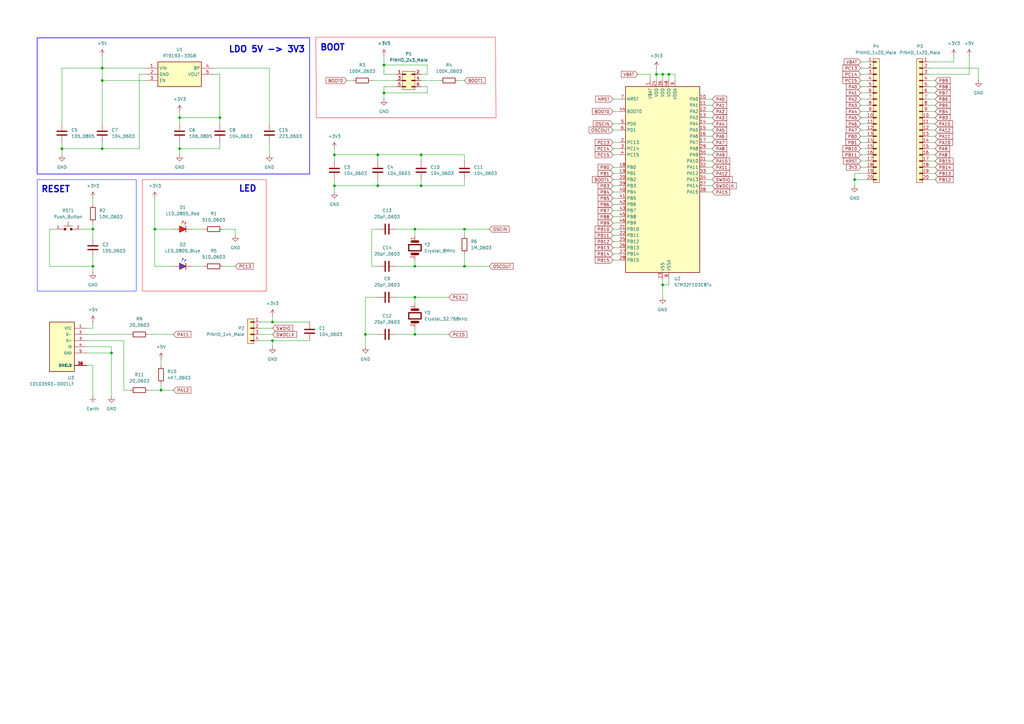
<source format=kicad_sch>
(kicad_sch (version 20250114) (generator "eeschema") (generator_version "9.0")
  (paper "A3")
  (text "LED\n" (at 101.6 77.47 0) (effects (font (size 2.54 2.54) (thickness 0.508) (bold yes))))
  (text "LDO 5V -> 3V3" (at 109.474 20.32 0) (effects (font (size 2.54 2.54) (thickness 0.508) (bold yes))))
  (text "BOOT" (at 136.398 19.558 0) (effects (font (size 2.54 2.54) (thickness 0.508) (bold yes))))
  (text "RESET" (at 22.86 77.724 0) (effects (font (size 2.54 2.54) (thickness 0.508) (bold yes))))
  (junction (at 111.76 139.7))
  (junction (at 172.72 63.5))
  (junction (at 269.24 30.48))
  (junction (at 38.1 93.98))
  (junction (at 190.5 109.22))
  (junction (at 154.94 63.5))
  (junction (at 41.91 27.94))
  (junction (at 38.1 109.22))
  (junction (at 63.5 93.98))
  (junction (at 154.94 76.2))
  (junction (at 73.66 60.96))
  (junction (at 137.16 76.2))
  (junction (at 190.5 93.98))
  (junction (at 157.48 38.1))
  (junction (at 45.72 144.78))
  (junction (at 170.18 121.92))
  (junction (at 274.32 30.48))
  (junction (at 149.86 137.16))
  (junction (at 90.17 48.26))
  (junction (at 41.91 33.02))
  (junction (at 172.72 76.2))
  (junction (at 170.18 109.22))
  (junction (at 111.76 132.08))
  (junction (at 350.52 73.66))
  (junction (at 157.48 26.67))
  (junction (at 271.78 30.48))
  (junction (at 137.16 63.5))
  (junction (at 41.91 60.96))
  (junction (at 271.78 116.84))
  (junction (at 25.4 60.96))
  (junction (at 73.66 48.26))
  (junction (at 170.18 93.98))
  (junction (at 66.04 160.02))
  (junction (at 170.18 137.16))
  (wire (pts (xy 266.7 30.48) (xy 261.62 30.48)))
  (wire (pts (xy 292.1 55.88) (xy 289.56 55.88)))
  (wire (pts (xy 162.56 93.98) (xy 170.18 93.98)))
  (wire (pts (xy 251.46 81.28) (xy 254 81.28)))
  (wire (pts (xy 350.52 71.12) (xy 355.6 71.12)))
  (wire (pts (xy 190.5 76.2) (xy 172.72 76.2)))
  (wire (pts (xy 111.76 139.7) (xy 127 139.7)))
  (wire (pts (xy 111.76 139.7) (xy 111.76 142.24)))
  (wire (pts (xy 154.94 121.92) (xy 149.86 121.92)))
  (wire (pts (xy 175.26 26.67) (xy 175.26 30.48)))
  (wire (pts (xy 25.4 60.96) (xy 25.4 63.5)))
  (wire (pts (xy 292.1 45.72) (xy 289.56 45.72)))
  (wire (pts (xy 383.54 66.04) (xy 381 66.04)))
  (wire (pts (xy 251.46 45.72) (xy 254 45.72)))
  (wire (pts (xy 292.1 78.74) (xy 289.56 78.74)))
  (wire (pts (xy 35.56 142.24) (xy 45.72 142.24)))
  (wire (pts (xy 66.04 147.32) (xy 66.04 149.86)))
  (wire (pts (xy 251.46 71.12) (xy 254 71.12)))
  (wire (pts (xy 251.46 99.06) (xy 254 99.06)))
  (wire (pts (xy 251.46 40.64) (xy 254 40.64)))
  (wire (pts (xy 78.74 93.98) (xy 83.82 93.98)))
  (wire (pts (xy 110.49 27.94) (xy 110.49 50.8)))
  (wire (pts (xy 401.32 27.94) (xy 401.32 33.02)))
  (wire (pts (xy 170.18 93.98) (xy 170.18 96.52)))
  (wire (pts (xy 383.54 58.42) (xy 381 58.42)))
  (wire (pts (xy 152.4 93.98) (xy 152.4 109.22)))
  (wire (pts (xy 276.86 33.02) (xy 276.86 30.48)))
  (wire (pts (xy 90.17 30.48) (xy 87.63 30.48)))
  (wire (pts (xy 41.91 27.94) (xy 25.4 27.94)))
  (wire (pts (xy 96.52 93.98) (xy 96.52 96.52)))
  (wire (pts (xy 251.46 50.8) (xy 254 50.8)))
  (wire (pts (xy 154.94 137.16) (xy 149.86 137.16)))
  (wire (pts (xy 162.56 137.16) (xy 170.18 137.16)))
  (wire (pts (xy 251.46 63.5) (xy 254 63.5)))
  (wire (pts (xy 251.46 83.82) (xy 254 83.82)))
  (wire (pts (xy 381 25.4) (xy 391.16 25.4)))
  (wire (pts (xy 66.04 160.02) (xy 71.12 160.02)))
  (wire (pts (xy 172.72 76.2) (xy 154.94 76.2)))
  (wire (pts (xy 162.56 109.22) (xy 170.18 109.22)))
  (wire (pts (xy 154.94 93.98) (xy 152.4 93.98)))
  (wire (pts (xy 269.24 30.48) (xy 271.78 30.48)))
  (wire (pts (xy 383.54 40.64) (xy 381 40.64)))
  (wire (pts (xy 383.54 55.88) (xy 381 55.88)))
  (wire (pts (xy 59.69 27.94) (xy 41.91 27.94)))
  (wire (pts (xy 190.5 63.5) (xy 172.72 63.5)))
  (wire (pts (xy 251.46 53.34) (xy 254 53.34)))
  (wire (pts (xy 292.1 40.64) (xy 289.56 40.64)))
  (wire (pts (xy 152.4 109.22) (xy 154.94 109.22)))
  (wire (pts (xy 38.1 81.28) (xy 38.1 83.82)))
  (wire (pts (xy 50.8 139.7) (xy 50.8 160.02)))
  (wire (pts (xy 353.06 30.48) (xy 355.6 30.48)))
  (wire (pts (xy 137.16 76.2) (xy 137.16 78.74)))
  (wire (pts (xy 111.76 132.08) (xy 127 132.08)))
  (wire (pts (xy 383.54 43.18) (xy 381 43.18)))
  (wire (pts (xy 353.06 33.02) (xy 355.6 33.02)))
  (wire (pts (xy 271.78 30.48) (xy 274.32 30.48)))
  (wire (pts (xy 35.56 139.7) (xy 50.8 139.7)))
  (wire (pts (xy 381 27.94) (xy 401.32 27.94)))
  (wire (pts (xy 266.7 33.02) (xy 266.7 30.48)))
  (wire (pts (xy 157.48 22.86) (xy 157.48 26.67)))
  (wire (pts (xy 251.46 88.9) (xy 254 88.9)))
  (wire (pts (xy 251.46 106.68) (xy 254 106.68)))
  (wire (pts (xy 350.52 71.12) (xy 350.52 73.66)))
  (wire (pts (xy 73.66 60.96) (xy 73.66 63.5)))
  (wire (pts (xy 251.46 76.2) (xy 254 76.2)))
  (wire (pts (xy 353.06 40.64) (xy 355.6 40.64)))
  (wire (pts (xy 200.66 109.22) (xy 190.5 109.22)))
  (wire (pts (xy 41.91 27.94) (xy 41.91 33.02)))
  (wire (pts (xy 353.06 38.1) (xy 355.6 38.1)))
  (wire (pts (xy 157.48 35.56) (xy 157.48 38.1)))
  (wire (pts (xy 269.24 27.94) (xy 269.24 30.48)))
  (wire (pts (xy 251.46 93.98) (xy 254 93.98)))
  (wire (pts (xy 57.15 30.48) (xy 59.69 30.48)))
  (wire (pts (xy 383.54 33.02) (xy 381 33.02)))
  (wire (pts (xy 41.91 33.02) (xy 59.69 33.02)))
  (wire (pts (xy 90.17 50.8) (xy 90.17 48.26)))
  (wire (pts (xy 353.06 66.04) (xy 355.6 66.04)))
  (wire (pts (xy 45.72 144.78) (xy 45.72 162.56)))
  (wire (pts (xy 25.4 27.94) (xy 25.4 50.8)))
  (wire (pts (xy 292.1 60.96) (xy 289.56 60.96)))
  (wire (pts (xy 292.1 43.18) (xy 289.56 43.18)))
  (wire (pts (xy 274.32 33.02) (xy 274.32 30.48)))
  (wire (pts (xy 251.46 86.36) (xy 254 86.36)))
  (wire (pts (xy 172.72 66.04) (xy 172.72 63.5)))
  (wire (pts (xy 190.5 109.22) (xy 170.18 109.22)))
  (wire (pts (xy 353.06 35.56) (xy 355.6 35.56)))
  (wire (pts (xy 271.78 33.02) (xy 271.78 30.48)))
  (wire (pts (xy 73.66 48.26) (xy 73.66 50.8)))
  (wire (pts (xy 38.1 105.41) (xy 38.1 109.22)))
  (wire (pts (xy 90.17 30.48) (xy 90.17 48.26)))
  (wire (pts (xy 292.1 73.66) (xy 289.56 73.66)))
  (wire (pts (xy 383.54 35.56) (xy 381 35.56)))
  (wire (pts (xy 33.02 93.98) (xy 38.1 93.98)))
  (wire (pts (xy 38.1 149.86) (xy 35.56 149.86)))
  (wire (pts (xy 397.51 30.48) (xy 397.51 22.86)))
  (wire (pts (xy 57.15 30.48) (xy 57.15 60.96)))
  (wire (pts (xy 38.1 149.86) (xy 38.1 162.56)))
  (wire (pts (xy 251.46 58.42) (xy 254 58.42)))
  (wire (pts (xy 292.1 53.34) (xy 289.56 53.34)))
  (wire (pts (xy 157.48 26.67) (xy 175.26 26.67)))
  (wire (pts (xy 157.48 38.1) (xy 175.26 38.1)))
  (wire (pts (xy 71.12 109.22) (xy 63.5 109.22)))
  (wire (pts (xy 38.1 109.22) (xy 38.1 111.76)))
  (wire (pts (xy 154.94 76.2) (xy 137.16 76.2)))
  (wire (pts (xy 271.78 116.84) (xy 271.78 121.92)))
  (wire (pts (xy 87.63 27.94) (xy 110.49 27.94)))
  (wire (pts (xy 175.26 38.1) (xy 175.26 35.56)))
  (wire (pts (xy 251.46 60.96) (xy 254 60.96)))
  (wire (pts (xy 190.5 66.04) (xy 190.5 63.5)))
  (wire (pts (xy 383.54 38.1) (xy 381 38.1)))
  (wire (pts (xy 353.06 43.18) (xy 355.6 43.18)))
  (wire (pts (xy 162.56 121.92) (xy 170.18 121.92)))
  (wire (pts (xy 162.56 35.56) (xy 157.48 35.56)))
  (wire (pts (xy 292.1 71.12) (xy 289.56 71.12)))
  (wire (pts (xy 149.86 121.92) (xy 149.86 137.16)))
  (wire (pts (xy 190.5 93.98) (xy 190.5 96.52)))
  (wire (pts (xy 251.46 73.66) (xy 254 73.66)))
  (wire (pts (xy 90.17 58.42) (xy 90.17 60.96)))
  (wire (pts (xy 381 30.48) (xy 397.51 30.48)))
  (wire (pts (xy 50.8 160.02) (xy 53.34 160.02)))
  (wire (pts (xy 25.4 58.42) (xy 25.4 60.96)))
  (wire (pts (xy 106.68 139.7) (xy 111.76 139.7)))
  (wire (pts (xy 137.16 63.5) (xy 137.16 66.04)))
  (wire (pts (xy 73.66 58.42) (xy 73.66 60.96)))
  (wire (pts (xy 154.94 63.5) (xy 137.16 63.5)))
  (wire (pts (xy 190.5 93.98) (xy 170.18 93.98)))
  (wire (pts (xy 41.91 58.42) (xy 41.91 60.96)))
  (wire (pts (xy 383.54 50.8) (xy 381 50.8)))
  (wire (pts (xy 90.17 60.96) (xy 73.66 60.96)))
  (wire (pts (xy 157.48 26.67) (xy 157.48 30.48)))
  (wire (pts (xy 66.04 160.02) (xy 66.04 157.48)))
  (wire (pts (xy 144.78 33.02) (xy 142.24 33.02)))
  (wire (pts (xy 200.66 93.98) (xy 190.5 93.98)))
  (wire (pts (xy 353.06 60.96) (xy 355.6 60.96)))
  (wire (pts (xy 111.76 134.62) (xy 106.68 134.62)))
  (wire (pts (xy 187.96 33.02) (xy 190.5 33.02)))
  (wire (pts (xy 45.72 142.24) (xy 45.72 144.78)))
  (wire (pts (xy 274.32 116.84) (xy 271.78 116.84)))
  (wire (pts (xy 170.18 121.92) (xy 170.18 124.46)))
  (wire (pts (xy 41.91 33.02) (xy 41.91 50.8)))
  (wire (pts (xy 292.1 63.5) (xy 289.56 63.5)))
  (wire (pts (xy 292.1 58.42) (xy 289.56 58.42)))
  (wire (pts (xy 251.46 78.74) (xy 254 78.74)))
  (wire (pts (xy 391.16 25.4) (xy 391.16 22.86)))
  (wire (pts (xy 271.78 114.3) (xy 271.78 116.84)))
  (wire (pts (xy 137.16 60.96) (xy 137.16 63.5)))
  (wire (pts (xy 137.16 73.66) (xy 137.16 76.2)))
  (wire (pts (xy 154.94 73.66) (xy 154.94 76.2)))
  (wire (pts (xy 110.49 58.42) (xy 110.49 63.5)))
  (wire (pts (xy 63.5 93.98) (xy 71.12 93.98)))
  (wire (pts (xy 276.86 30.48) (xy 274.32 30.48)))
  (wire (pts (xy 353.06 48.26) (xy 355.6 48.26)))
  (wire (pts (xy 251.46 96.52) (xy 254 96.52)))
  (wire (pts (xy 353.06 27.94) (xy 355.6 27.94)))
  (wire (pts (xy 41.91 60.96) (xy 25.4 60.96)))
  (wire (pts (xy 35.56 134.62) (xy 38.1 134.62)))
  (wire (pts (xy 35.56 144.78) (xy 45.72 144.78)))
  (wire (pts (xy 91.44 93.98) (xy 96.52 93.98)))
  (wire (pts (xy 63.5 109.22) (xy 63.5 93.98)))
  (wire (pts (xy 41.91 22.86) (xy 41.91 27.94)))
  (wire (pts (xy 38.1 91.44) (xy 38.1 93.98)))
  (wire (pts (xy 175.26 35.56) (xy 172.72 35.56)))
  (wire (pts (xy 292.1 48.26) (xy 289.56 48.26)))
  (wire (pts (xy 184.15 121.92) (xy 170.18 121.92)))
  (wire (pts (xy 73.66 45.72) (xy 73.66 48.26)))
  (wire (pts (xy 60.96 160.02) (xy 66.04 160.02)))
  (wire (pts (xy 22.86 93.98) (xy 20.32 93.98)))
  (wire (pts (xy 154.94 66.04) (xy 154.94 63.5)))
  (wire (pts (xy 71.12 137.16) (xy 60.96 137.16)))
  (wire (pts (xy 353.06 63.5) (xy 355.6 63.5)))
  (wire (pts (xy 353.06 55.88) (xy 355.6 55.88)))
  (wire (pts (xy 274.32 114.3) (xy 274.32 116.84)))
  (wire (pts (xy 292.1 68.58) (xy 289.56 68.58)))
  (wire (pts (xy 20.32 109.22) (xy 38.1 109.22)))
  (wire (pts (xy 292.1 66.04) (xy 289.56 66.04)))
  (wire (pts (xy 172.72 73.66) (xy 172.72 76.2)))
  (wire (pts (xy 383.54 71.12) (xy 381 71.12)))
  (wire (pts (xy 96.52 109.22) (xy 91.44 109.22)))
  (wire (pts (xy 38.1 93.98) (xy 38.1 97.79)))
  (wire (pts (xy 292.1 76.2) (xy 289.56 76.2)))
  (wire (pts (xy 157.48 40.64) (xy 157.48 38.1)))
  (wire (pts (xy 350.52 73.66) (xy 355.6 73.66)))
  (wire (pts (xy 73.66 48.26) (xy 90.17 48.26)))
  (wire (pts (xy 353.06 45.72) (xy 355.6 45.72)))
  (wire (pts (xy 383.54 45.72) (xy 381 45.72)))
  (wire (pts (xy 149.86 137.16) (xy 149.86 142.24)))
  (wire (pts (xy 269.24 30.48) (xy 269.24 33.02)))
  (wire (pts (xy 57.15 60.96) (xy 41.91 60.96)))
  (wire (pts (xy 353.06 25.4) (xy 355.6 25.4)))
  (wire (pts (xy 20.32 93.98) (xy 20.32 109.22)))
  (wire (pts (xy 251.46 68.58) (xy 254 68.58)))
  (wire (pts (xy 38.1 134.62) (xy 38.1 132.08)))
  (wire (pts (xy 383.54 48.26) (xy 381 48.26)))
  (wire (pts (xy 111.76 132.08) (xy 111.76 129.54)))
  (wire (pts (xy 251.46 104.14) (xy 254 104.14)))
  (wire (pts (xy 383.54 63.5) (xy 381 63.5)))
  (wire (pts (xy 172.72 63.5) (xy 154.94 63.5)))
  (wire (pts (xy 190.5 109.22) (xy 190.5 104.14)))
  (wire (pts (xy 190.5 73.66) (xy 190.5 76.2)))
  (wire (pts (xy 111.76 137.16) (xy 106.68 137.16)))
  (wire (pts (xy 353.06 58.42) (xy 355.6 58.42)))
  (wire (pts (xy 184.15 137.16) (xy 170.18 137.16)))
  (wire (pts (xy 63.5 81.28) (xy 63.5 93.98)))
  (wire (pts (xy 383.54 60.96) (xy 381 60.96)))
  (wire (pts (xy 292.1 50.8) (xy 289.56 50.8)))
  (wire (pts (xy 383.54 68.58) (xy 381 68.58)))
  (wire (pts (xy 170.18 137.16) (xy 170.18 134.62)))
  (wire (pts (xy 35.56 137.16) (xy 53.34 137.16)))
  (wire (pts (xy 350.52 73.66) (xy 350.52 76.2)))
  (wire (pts (xy 383.54 53.34) (xy 381 53.34)))
  (wire (pts (xy 78.74 109.22) (xy 83.82 109.22)))
  (wire (pts (xy 251.46 91.44) (xy 254 91.44)))
  (wire (pts (xy 383.54 73.66) (xy 381 73.66)))
  (wire (pts (xy 106.68 132.08) (xy 111.76 132.08)))
  (wire (pts (xy 353.06 50.8) (xy 355.6 50.8)))
  (wire (pts (xy 152.4 33.02) (xy 162.56 33.02)))
  (wire (pts (xy 353.06 53.34) (xy 355.6 53.34)))
  (wire (pts (xy 157.48 30.48) (xy 162.56 30.48)))
  (wire (pts (xy 170.18 109.22) (xy 170.18 106.68)))
  (wire (pts (xy 251.46 101.6) (xy 254 101.6)))
  (wire (pts (xy 172.72 33.02) (xy 180.34 33.02)))
  (wire (pts (xy 175.26 30.48) (xy 172.72 30.48)))
  (wire (pts (xy 353.06 68.58) (xy 355.6 68.58)))
  (global_label "PA12" (shape input) (at 71.12 160.02 0) (property "Intersheetrefs" "${INTERSHEET_REFS}" (effects (hide yes))))
  (global_label "PB6" (shape input) (at 251.46 83.82 180) (property "Intersheetrefs" "${INTERSHEET_REFS}" (effects (hide yes))))
  (global_label "NRST" (shape input) (at 251.46 40.64 180) (property "Intersheetrefs" "${INTERSHEET_REFS}" (effects (hide yes))))
  (global_label "PA1" (shape input) (at 292.1 43.18 0) (property "Intersheetrefs" "${INTERSHEET_REFS}" (effects (hide yes))))
  (global_label "PB11" (shape input) (at 353.06 63.5 180) (property "Intersheetrefs" "${INTERSHEET_REFS}" (effects (hide yes))))
  (global_label "PA10" (shape input) (at 292.1 66.04 0) (property "Intersheetrefs" "${INTERSHEET_REFS}" (effects (hide yes))))
  (global_label "PA15" (shape input) (at 292.1 78.74 0) (property "Intersheetrefs" "${INTERSHEET_REFS}" (effects (hide yes))))
  (global_label "PB7" (shape input) (at 383.54 38.1 0) (property "Intersheetrefs" "${INTERSHEET_REFS}" (effects (hide yes))))
  (global_label "OSCOUT" (shape input) (at 251.46 53.34 180) (property "Intersheetrefs" "${INTERSHEET_REFS}" (effects (hide yes))))
  (global_label "PA4" (shape input) (at 353.06 45.72 180) (property "Intersheetrefs" "${INTERSHEET_REFS}" (effects (hide yes))))
  (global_label "PA9" (shape input) (at 292.1 63.5 0) (property "Intersheetrefs" "${INTERSHEET_REFS}" (effects (hide yes))))
  (global_label "PA11" (shape input) (at 292.1 68.58 0) (property "Intersheetrefs" "${INTERSHEET_REFS}" (effects (hide yes))))
  (global_label "PC13" (shape input) (at 96.52 109.22 0) (property "Intersheetrefs" "${INTERSHEET_REFS}" (effects (hide yes))))
  (global_label "PC14" (shape input) (at 184.15 121.92 0) (property "Intersheetrefs" "${INTERSHEET_REFS}" (effects (hide yes))))
  (global_label "PA6" (shape input) (at 353.06 50.8 180) (property "Intersheetrefs" "${INTERSHEET_REFS}" (effects (hide yes))))
  (global_label "PC15" (shape input) (at 251.46 63.5 180) (property "Intersheetrefs" "${INTERSHEET_REFS}" (effects (hide yes))))
  (global_label "OSCIN" (shape input) (at 200.66 93.98 0) (property "Intersheetrefs" "${INTERSHEET_REFS}" (effects (hide yes))))
  (global_label "PB14" (shape input) (at 251.46 104.14 180) (property "Intersheetrefs" "${INTERSHEET_REFS}" (effects (hide yes))))
  (global_label "PB14" (shape input) (at 383.54 68.58 0) (property "Intersheetrefs" "${INTERSHEET_REFS}" (effects (hide yes))))
  (global_label "PB0" (shape input) (at 353.06 55.88 180) (property "Intersheetrefs" "${INTERSHEET_REFS}" (effects (hide yes))))
  (global_label "PA7" (shape input) (at 353.06 53.34 180) (property "Intersheetrefs" "${INTERSHEET_REFS}" (effects (hide yes))))
  (global_label "PB11" (shape input) (at 251.46 96.52 180) (property "Intersheetrefs" "${INTERSHEET_REFS}" (effects (hide yes))))
  (global_label "OSCIN" (shape input) (at 251.46 50.8 180) (property "Intersheetrefs" "${INTERSHEET_REFS}" (effects (hide yes))))
  (global_label "PA8" (shape input) (at 292.1 60.96 0) (property "Intersheetrefs" "${INTERSHEET_REFS}" (effects (hide yes))))
  (global_label "PC15" (shape input) (at 353.06 33.02 180) (property "Intersheetrefs" "${INTERSHEET_REFS}" (effects (hide yes))))
  (global_label "PA15" (shape input) (at 383.54 50.8 0) (property "Intersheetrefs" "${INTERSHEET_REFS}" (effects (hide yes))))
  (global_label "PB4" (shape input) (at 383.54 45.72 0) (property "Intersheetrefs" "${INTERSHEET_REFS}" (effects (hide yes))))
  (global_label "PB8" (shape input) (at 251.46 88.9 180) (property "Intersheetrefs" "${INTERSHEET_REFS}" (effects (hide yes))))
  (global_label "3V3" (shape input) (at 353.06 68.58 180) (property "Intersheetrefs" "${INTERSHEET_REFS}" (effects (hide yes))))
  (global_label "PA1" (shape input) (at 353.06 38.1 180) (property "Intersheetrefs" "${INTERSHEET_REFS}" (effects (hide yes))))
  (global_label "PB9" (shape input) (at 251.46 91.44 180) (property "Intersheetrefs" "${INTERSHEET_REFS}" (effects (hide yes))))
  (global_label "PB13" (shape input) (at 251.46 101.6 180) (property "Intersheetrefs" "${INTERSHEET_REFS}" (effects (hide yes))))
  (global_label "PB15" (shape input) (at 251.46 106.68 180) (property "Intersheetrefs" "${INTERSHEET_REFS}" (effects (hide yes))))
  (global_label "PB10" (shape input) (at 353.06 60.96 180) (property "Intersheetrefs" "${INTERSHEET_REFS}" (effects (hide yes))))
  (global_label "PB1" (shape input) (at 353.06 58.42 180) (property "Intersheetrefs" "${INTERSHEET_REFS}" (effects (hide yes))))
  (global_label "PB1" (shape input) (at 251.46 71.12 180) (property "Intersheetrefs" "${INTERSHEET_REFS}" (effects (hide yes))))
  (global_label "PA0" (shape input) (at 353.06 35.56 180) (property "Intersheetrefs" "${INTERSHEET_REFS}" (effects (hide yes))))
  (global_label "PB3" (shape input) (at 251.46 76.2 180) (property "Intersheetrefs" "${INTERSHEET_REFS}" (effects (hide yes))))
  (global_label "PA12" (shape input) (at 383.54 53.34 0) (property "Intersheetrefs" "${INTERSHEET_REFS}" (effects (hide yes))))
  (global_label "PB3" (shape input) (at 383.54 48.26 0) (property "Intersheetrefs" "${INTERSHEET_REFS}" (effects (hide yes))))
  (global_label "PB5" (shape input) (at 251.46 81.28 180) (property "Intersheetrefs" "${INTERSHEET_REFS}" (effects (hide yes))))
  (global_label "PA8" (shape input) (at 383.54 63.5 0) (property "Intersheetrefs" "${INTERSHEET_REFS}" (effects (hide yes))))
  (global_label "PB0" (shape input) (at 251.46 68.58 180) (property "Intersheetrefs" "${INTERSHEET_REFS}" (effects (hide yes))))
  (global_label "NRST" (shape input) (at 353.06 66.04 180) (property "Intersheetrefs" "${INTERSHEET_REFS}" (effects (hide yes))))
  (global_label "PA10" (shape input) (at 383.54 58.42 0) (property "Intersheetrefs" "${INTERSHEET_REFS}" (effects (hide yes))))
  (global_label "VBAT" (shape input) (at 353.06 25.4 180) (property "Intersheetrefs" "${INTERSHEET_REFS}" (effects (hide yes))))
  (global_label "PA5" (shape input) (at 353.06 48.26 180) (property "Intersheetrefs" "${INTERSHEET_REFS}" (effects (hide yes))))
  (global_label "PA4" (shape input) (at 292.1 50.8 0) (property "Intersheetrefs" "${INTERSHEET_REFS}" (effects (hide yes))))
  (global_label "BOOT0" (shape input) (at 142.24 33.02 180) (property "Intersheetrefs" "${INTERSHEET_REFS}" (effects (hide yes))))
  (global_label "PA6" (shape input) (at 292.1 55.88 0) (property "Intersheetrefs" "${INTERSHEET_REFS}" (effects (hide yes))))
  (global_label "BOOT0" (shape input) (at 251.46 45.72 180) (property "Intersheetrefs" "${INTERSHEET_REFS}" (effects (hide yes))))
  (global_label "SWDIO" (shape input) (at 111.76 134.62 0) (property "Intersheetrefs" "${INTERSHEET_REFS}" (effects (hide yes))))
  (global_label "PA9" (shape input) (at 383.54 60.96 0) (property "Intersheetrefs" "${INTERSHEET_REFS}" (effects (hide yes))))
  (global_label "PB10" (shape input) (at 251.46 93.98 180) (property "Intersheetrefs" "${INTERSHEET_REFS}" (effects (hide yes))))
  (global_label "SWDIO" (shape input) (at 292.1 73.66 0) (property "Intersheetrefs" "${INTERSHEET_REFS}" (effects (hide yes))))
  (global_label "PB4" (shape input) (at 251.46 78.74 180) (property "Intersheetrefs" "${INTERSHEET_REFS}" (effects (hide yes))))
  (global_label "BOOT1" (shape input) (at 251.46 73.66 180) (property "Intersheetrefs" "${INTERSHEET_REFS}" (effects (hide yes))))
  (global_label "PC14" (shape input) (at 353.06 30.48 180) (property "Intersheetrefs" "${INTERSHEET_REFS}" (effects (hide yes))))
  (global_label "PB12" (shape input) (at 251.46 99.06 180) (property "Intersheetrefs" "${INTERSHEET_REFS}" (effects (hide yes))))
  (global_label "PA0" (shape input) (at 292.1 40.64 0) (property "Intersheetrefs" "${INTERSHEET_REFS}" (effects (hide yes))))
  (global_label "PB13" (shape input) (at 383.54 71.12 0) (property "Intersheetrefs" "${INTERSHEET_REFS}" (effects (hide yes))))
  (global_label "PB9" (shape input) (at 383.54 33.02 0) (property "Intersheetrefs" "${INTERSHEET_REFS}" (effects (hide yes))))
  (global_label "PB8" (shape input) (at 383.54 35.56 0) (property "Intersheetrefs" "${INTERSHEET_REFS}" (effects (hide yes))))
  (global_label "PA11" (shape input) (at 383.54 55.88 0) (property "Intersheetrefs" "${INTERSHEET_REFS}" (effects (hide yes))))
  (global_label "BOOT1" (shape input) (at 190.5 33.02 0) (property "Intersheetrefs" "${INTERSHEET_REFS}" (effects (hide yes))))
  (global_label "PA12" (shape input) (at 292.1 71.12 0) (property "Intersheetrefs" "${INTERSHEET_REFS}" (effects (hide yes))))
  (global_label "PC14" (shape input) (at 251.46 60.96 180) (property "Intersheetrefs" "${INTERSHEET_REFS}" (effects (hide yes))))
  (global_label "PC13" (shape input) (at 353.06 27.94 180) (property "Intersheetrefs" "${INTERSHEET_REFS}" (effects (hide yes))))
  (global_label "PB5" (shape input) (at 383.54 43.18 0) (property "Intersheetrefs" "${INTERSHEET_REFS}" (effects (hide yes))))
  (global_label "OSCOUT" (shape input) (at 200.66 109.22 0) (property "Intersheetrefs" "${INTERSHEET_REFS}" (effects (hide yes))))
  (global_label "PA3" (shape input) (at 292.1 48.26 0) (property "Intersheetrefs" "${INTERSHEET_REFS}" (effects (hide yes))))
  (global_label "PA2" (shape input) (at 353.06 40.64 180) (property "Intersheetrefs" "${INTERSHEET_REFS}" (effects (hide yes))))
  (global_label "PB12" (shape input) (at 383.54 73.66 0) (property "Intersheetrefs" "${INTERSHEET_REFS}" (effects (hide yes))))
  (global_label "PB15" (shape input) (at 383.54 66.04 0) (property "Intersheetrefs" "${INTERSHEET_REFS}" (effects (hide yes))))
  (global_label "PA3" (shape input) (at 353.06 43.18 180) (property "Intersheetrefs" "${INTERSHEET_REFS}" (effects (hide yes))))
  (global_label "PC15" (shape input) (at 184.15 137.16 0) (property "Intersheetrefs" "${INTERSHEET_REFS}" (effects (hide yes))))
  (global_label "PB7" (shape input) (at 251.46 86.36 180) (property "Intersheetrefs" "${INTERSHEET_REFS}" (effects (hide yes))))
  (global_label "PA5" (shape input) (at 292.1 53.34 0) (property "Intersheetrefs" "${INTERSHEET_REFS}" (effects (hide yes))))
  (global_label "VBAT" (shape input) (at 261.62 30.48 180) (property "Intersheetrefs" "${INTERSHEET_REFS}" (effects (hide yes))))
  (global_label "PB6" (shape input) (at 383.54 40.64 0) (property "Intersheetrefs" "${INTERSHEET_REFS}" (effects (hide yes))))
  (global_label "PA11" (shape input) (at 71.12 137.16 0) (property "Intersheetrefs" "${INTERSHEET_REFS}" (effects (hide yes))))
  (global_label "SWDCLK" (shape input) (at 292.1 76.2 0) (property "Intersheetrefs" "${INTERSHEET_REFS}" (effects (hide yes))))
  (global_label "PA2" (shape input) (at 292.1 45.72 0) (property "Intersheetrefs" "${INTERSHEET_REFS}" (effects (hide yes))))
  (global_label "PA7" (shape input) (at 292.1 58.42 0) (property "Intersheetrefs" "${INTERSHEET_REFS}" (effects (hide yes))))
  (global_label "SWDCLK" (shape input) (at 111.76 137.16 0) (property "Intersheetrefs" "${INTERSHEET_REFS}" (effects (hide yes))))
  (global_label "PC13" (shape input) (at 251.46 58.42 180) (property "Intersheetrefs" "${INTERSHEET_REFS}" (effects (hide yes))))
  (rule_area (polyline (pts (xy 15.24 73.66) (xy 55.88 73.66) (xy 55.88 119.38) (xy 15.24 119.38)) (stroke (width 0) (color 0 1 255 1))))
  (rule_area (polyline (pts (xy 129.54 15.24) (xy 203.2 15.24) (xy 203.2 15.24) (xy 203.454 48.26) (xy 129.794 48.26))))
  (rule_area (polyline (pts (xy 58.42 73.66) (xy 109.22 73.66) (xy 109.22 119.38) (xy 58.42 119.38))))
  (rule_area (polyline (pts (xy 15.24 15.494) (xy 127 15.494) (xy 127 71.374) (xy 127 71.374) (xy 15.24 71.374)) (stroke (width 0.254) (color 29 0 255 1))))
  (symbol (lib_id "PCM_Capacitor_AKL:C_0603") (at 38.1 101.6 0) (unit 1)
    (property "Reference" "C2" (at 41.91 100.3299 0) (effects (justify left)))
    (property "Value" "105_0603" (at 41.91 102.8699 0) (effects (justify left)))
    (property "Footprint" "PCM_Capacitor_SMD_AKL:C_0603_1608Metric" (effects (hide yes)))
    (property "Description" "SMD 0603 MLCC capacitor, Alternate KiCad Library" (effects (hide yes)))
  )
  (symbol (lib_id "power:+3V3") (at 391.16 22.86 0) (unit 1)
    (property "Reference" "#PWR023" (effects (hide yes)))
    (property "Value" "+3V3" (at 391.16 17.78 0))
    (property "Description" "Power symbol creates a global label with name \"+3V3\"" (effects (hide yes)))
  )
  (symbol (lib_id "PCM_SL_Devices:Push_Button") (at 27.94 93.98 0) (unit 1)
    (property "Reference" "RST1" (at 27.94 86.36 0))
    (property "Value" "Push_Button" (at 27.94 88.9 0))
    (property "Footprint" "Button_Switch_THT:SW_PUSH_6mm" (effects (hide yes)))
    (property "Description" "Common 6mmx6mm Push Button" (effects (hide yes)))
  )
  (symbol (lib_id "PCM_Capacitor_AKL:C_0603") (at 158.75 93.98 90) (unit 1)
    (property "Reference" "C13" (at 158.75 86.36 90))
    (property "Value" "20pF_0603" (at 158.75 88.9 90))
    (property "Footprint" "PCM_Capacitor_SMD_AKL:C_0603_1608Metric" (effects (hide yes)))
    (property "Description" "SMD 0603 MLCC capacitor, Alternate KiCad Library" (effects (hide yes)))
  )
  (symbol (lib_id "PCM_Resistor_AKL:R_0603") (at 148.59 33.02 90) (unit 1)
    (property "Reference" "R3" (at 148.59 26.67 90))
    (property "Value" "100K_0603" (at 148.59 29.21 90))
    (property "Footprint" "PCM_Resistor_SMD_AKL:R_0603_1608Metric" (effects (hide yes)))
    (property "Description" "SMD 0603 Chip Resistor, European Symbol, Alternate KiCad Library" (effects (hide yes)))
  )
  (symbol (lib_id "PCM_Resistor_AKL:R_0603") (at 87.63 109.22 90) (unit 1)
    (property "Reference" "R5" (at 87.63 102.87 90))
    (property "Value" "510_0603" (at 87.63 105.41 90))
    (property "Footprint" "PCM_Resistor_SMD_AKL:R_0603_1608Metric" (effects (hide yes)))
    (property "Description" "SMD 0603 Chip Resistor, European Symbol, Alternate KiCad Library" (effects (hide yes)))
  )
  (symbol (lib_id "PCM_SL_Pin_Headers:PINHD_1x20_Male") (at 377.19 49.53 0) (mirror y) (unit 1)
    (property "Reference" "P3" (at 377.315 19.05 0))
    (property "Value" "PINHD_1x20_Male" (at 377.315 21.59 0))
    (property "Footprint" "Connector_PinHeader_2.54mm:PinHeader_1x20_P2.54mm_Vertical" (effects (hide yes)))
    (property "Description" "Pin Header male with pin space 2.54mm. Pin Count -20" (effects (hide yes)))
  )
  (symbol (lib_id "PCM_Resistor_AKL:R_0603") (at 57.15 137.16 90) (unit 1)
    (property "Reference" "R9" (at 57.15 130.81 90))
    (property "Value" "20_0603" (at 57.15 133.35 90))
    (property "Footprint" "PCM_Resistor_SMD_AKL:R_0603_1608Metric" (effects (hide yes)))
    (property "Description" "SMD 0603 Chip Resistor, European Symbol, Alternate KiCad Library" (effects (hide yes)))
  )
  (symbol (lib_id "PCM_Capacitor_AKL:C_0603") (at 41.91 54.61 0) (unit 1)
    (property "Reference" "C7" (at 45.72 53.3399 0) (effects (justify left)))
    (property "Value" "104_0603" (at 45.72 55.8799 0) (effects (justify left)))
    (property "Footprint" "PCM_Capacitor_SMD_AKL:C_0603_1608Metric" (effects (hide yes)))
    (property "Description" "SMD 0603 MLCC capacitor, Alternate KiCad Library" (effects (hide yes)))
  )
  (symbol (lib_id "PCM_Resistor_AKL:R_0603") (at 190.5 100.33 180) (unit 1)
    (property "Reference" "R6" (at 193.04 99.0599 0) (effects (justify right)))
    (property "Value" "1M_0603" (at 193.04 101.5999 0) (effects (justify right)))
    (property "Footprint" "PCM_Resistor_SMD_AKL:R_0603_1608Metric" (effects (hide yes)))
    (property "Description" "SMD 0603 Chip Resistor, European Symbol, Alternate KiCad Library" (effects (hide yes)))
  )
  (symbol (lib_id "power:GND") (at 96.52 96.52 0) (unit 1)
    (property "Reference" "#PWR09" (effects (hide yes)))
    (property "Value" "GND" (at 96.52 101.6 0))
    (property "Description" "Power symbol creates a global label with name \"GND\" , ground" (effects (hide yes)))
  )
  (symbol (lib_id "power:GND") (at 157.48 40.64 0) (unit 1)
    (property "Reference" "#PWR011" (effects (hide yes)))
    (property "Value" "GND" (at 157.48 45.72 0))
    (property "Description" "Power symbol creates a global label with name \"GND\" , ground" (effects (hide yes)))
  )
  (symbol (lib_id "PCM_Capacitor_AKL:C_0603") (at 154.94 69.85 0) (unit 1)
    (property "Reference" "C4" (at 158.75 68.5799 0) (effects (justify left)))
    (property "Value" "104_0603" (at 158.75 71.1199 0) (effects (justify left)))
    (property "Footprint" "PCM_Capacitor_SMD_AKL:C_0603_1608Metric" (effects (hide yes)))
    (property "Description" "SMD 0603 MLCC capacitor, Alternate KiCad Library" (effects (hide yes)))
  )
  (symbol (lib_id "PCM_Resistor_AKL:R_0603") (at 57.15 160.02 90) (unit 1)
    (property "Reference" "R11" (at 57.15 153.67 90))
    (property "Value" "20_0603" (at 57.15 156.21 90))
    (property "Footprint" "PCM_Resistor_SMD_AKL:R_0603_1608Metric" (effects (hide yes)))
    (property "Description" "SMD 0603 Chip Resistor, European Symbol, Alternate KiCad Library" (effects (hide yes)))
  )
  (symbol (lib_id "power:GND") (at 25.4 63.5 0) (unit 1)
    (property "Reference" "#PWR02" (effects (hide yes)))
    (property "Value" "GND" (at 25.4 68.58 0))
    (property "Description" "Power symbol creates a global label with name \"GND\" , ground" (effects (hide yes)))
  )
  (symbol (lib_id "power:GND") (at 149.86 142.24 0) (unit 1)
    (property "Reference" "#PWR020" (effects (hide yes)))
    (property "Value" "GND" (at 149.86 147.32 0))
    (property "Description" "Power symbol creates a global label with name \"GND\" , ground" (effects (hide yes)))
  )
  (symbol (lib_id "power:Earth") (at 38.1 162.56 0) (unit 1)
    (property "Reference" "#PWR014" (effects (hide yes)))
    (property "Value" "Earth" (at 38.1 167.64 0))
    (property "Description" "Power symbol creates a global label with name \"Earth\"" (effects (hide yes)))
  )
  (symbol (lib_id "power:+5V") (at 397.51 22.86 0) (unit 1)
    (property "Reference" "#PWR024" (effects (hide yes)))
    (property "Value" "+5V" (at 397.51 17.78 0))
    (property "Description" "Power symbol creates a global label with name \"+5V\"" (effects (hide yes)))
  )
  (symbol (lib_id "PCM_Capacitor_AKL:C_0603") (at 110.49 54.61 0) (unit 1)
    (property "Reference" "C15" (at 114.3 53.3399 0) (effects (justify left)))
    (property "Value" "223_0603" (at 114.3 55.8799 0) (effects (justify left)))
    (property "Footprint" "PCM_Capacitor_SMD_AKL:C_0603_1608Metric" (effects (hide yes)))
    (property "Description" "SMD 0603 MLCC capacitor, Alternate KiCad Library" (effects (hide yes)))
  )
  (symbol (lib_id "power:GND") (at 401.32 33.02 0) (unit 1)
    (property "Reference" "#PWR022" (effects (hide yes)))
    (property "Value" "GND" (at 401.32 38.1 0))
    (property "Description" "Power symbol creates a global label with name \"GND\" , ground" (effects (hide yes)))
  )
  (symbol (lib_id "MCU_ST_STM32F1:STM32F103C8Tx") (at 271.78 73.66 0) (unit 1)
    (property "Reference" "U2" (at 276.4633 114.3 0) (effects (justify left)))
    (property "Value" "STM32F103C8Tx" (at 276.4633 116.84 0) (effects (justify left)))
    (property "Footprint" "Package_QFP:LQFP-48_7x7mm_P0.5mm" (effects (hide yes)))
    (property "Datasheet" "https://www.st.com/resource/en/datasheet/stm32f103c8.pdf" (effects (hide yes)))
    (property "Description" "STMicroelectronics Arm Cortex-M3 MCU, 64KB flash, 20KB RAM, 72 MHz, 2.0-3.6V, 37 GPIO, LQFP48" (effects (hide yes)))
  )
  (symbol (lib_id "RT9193-33GB:RT9193-33GB") (at 59.69 27.94 0) (unit 1)
    (property "Reference" "U1" (at 73.66 20.32 0))
    (property "Value" "RT9193-33GB" (at 73.66 22.86 0))
    (property "Footprint" "RT9193-33GB:SOT94P279X130-5N" (effects (hide yes)))
    (property "Datasheet" "http://www.richtek.com/assets/product_file/RT9193/DS9193-17.pdf" (effects (hide yes)))
    (property "Description" "300mA, Ultra-Low Noise, Ultra-Fast CMOS LDO Regulator" (effects (hide yes)))
    (property "Height" "1.295" (effects (hide yes)))
    (property "Mouser Part Number" "835-RT9193-33GB" (effects (hide yes)))
    (property "Mouser Price/Stock" "https://www.mouser.co.uk/ProductDetail/Richtek/RT9193-33GB?qs=amGC7iS6iy8ybRcZ9Wn2ww%3D%3D" (effects (hide yes)))
    (property "Manufacturer_Name" "RICHTEK" (effects (hide yes)))
    (property "Manufacturer_Part_Number" "RT9193-33GB" (effects (hide yes)))
  )
  (symbol (lib_id "power:+3V3") (at 73.66 45.72 0) (unit 1)
    (property "Reference" "#PWR04" (effects (hide yes)))
    (property "Value" "+3V3" (at 73.66 40.64 0))
    (property "Description" "Power symbol creates a global label with name \"+3V3\"" (effects (hide yes)))
  )
  (symbol (lib_id "PCM_Resistor_AKL:R_0603") (at 184.15 33.02 90) (unit 1)
    (property "Reference" "R4" (at 184.15 26.67 90))
    (property "Value" "100K_0603" (at 184.15 29.21 90))
    (property "Footprint" "PCM_Resistor_SMD_AKL:R_0603_1608Metric" (effects (hide yes)))
    (property "Description" "SMD 0603 Chip Resistor, European Symbol, Alternate KiCad Library" (effects (hide yes)))
  )
  (symbol (lib_id "power:+5V") (at 66.04 147.32 0) (unit 1)
    (property "Reference" "#PWR015" (effects (hide yes)))
    (property "Value" "+5V" (at 66.04 142.24 0))
    (property "Description" "Power symbol creates a global label with name \"+5V\"" (effects (hide yes)))
  )
  (symbol (lib_id "power:+3V3") (at 157.48 22.86 0) (unit 1)
    (property "Reference" "#PWR010" (effects (hide yes)))
    (property "Value" "+3V3" (at 157.48 17.78 0))
    (property "Description" "Power symbol creates a global label with name \"+3V3\"" (effects (hide yes)))
  )
  (symbol (lib_id "PCM_SL_Pin_Headers:PINHD_1x20_Male") (at 359.41 49.53 0) (unit 1)
    (property "Reference" "P4" (at 359.285 19.05 0))
    (property "Value" "PINHD_1x20_Male" (at 359.285 21.59 0))
    (property "Footprint" "Connector_PinHeader_2.54mm:PinHeader_1x20_P2.54mm_Vertical" (effects (hide yes)))
    (property "Description" "Pin Header male with pin space 2.54mm. Pin Count -20" (effects (hide yes)))
  )
  (symbol (lib_id "power:+3V3") (at 137.16 60.96 0) (unit 1)
    (property "Reference" "#PWR018" (effects (hide yes)))
    (property "Value" "+3V3" (at 137.16 55.88 0))
    (property "Description" "Power symbol creates a global label with name \"+3V3\"" (effects (hide yes)))
  )
  (symbol (lib_id "PCM_LED_AKL:LED_0805_Red") (at 74.93 93.98 0) (unit 1)
    (property "Reference" "D1" (at 74.93 85.09 0))
    (property "Value" "LED_0805_Red" (at 74.93 87.63 0))
    (property "Footprint" "PCM_LED_SMD_AKL:LED_0805_2012Metric" (effects (hide yes)))
    (property "Description" "Red SMD LED, 0805, Alternate KiCad Library" (effects (hide yes)))
  )
  (symbol (lib_id "PCM_Resistor_AKL:R_0603") (at 66.04 153.67 180) (unit 1)
    (property "Reference" "R10" (at 68.58 152.3999 0) (effects (justify right)))
    (property "Value" "4K7_0603" (at 68.58 154.9399 0) (effects (justify right)))
    (property "Footprint" "PCM_Resistor_SMD_AKL:R_0603_1608Metric" (effects (hide yes)))
    (property "Description" "SMD 0603 Chip Resistor, European Symbol, Alternate KiCad Library" (effects (hide yes)))
  )
  (symbol (lib_id "power:GND") (at 350.52 76.2 0) (unit 1)
    (property "Reference" "#PWR021" (effects (hide yes)))
    (property "Value" "GND" (at 350.52 81.28 0))
    (property "Description" "Power symbol creates a global label with name \"GND\" , ground" (effects (hide yes)))
  )
  (symbol (lib_id "power:GND") (at 73.66 63.5 0) (unit 1)
    (property "Reference" "#PWR05" (effects (hide yes)))
    (property "Value" "GND" (at 73.66 68.58 0))
    (property "Description" "Power symbol creates a global label with name \"GND\" , ground" (effects (hide yes)))
  )
  (symbol (lib_id "power:GND") (at 111.76 142.24 0) (unit 1)
    (property "Reference" "#PWR017" (effects (hide yes)))
    (property "Value" "GND" (at 111.76 147.32 0))
    (property "Description" "Power symbol creates a global label with name \"GND\" , ground" (effects (hide yes)))
  )
  (symbol (lib_id "power:GND") (at 110.49 63.5 0) (unit 1)
    (property "Reference" "#PWR03" (effects (hide yes)))
    (property "Value" "GND" (at 110.49 68.58 0))
    (property "Description" "Power symbol creates a global label with name \"GND\" , ground" (effects (hide yes)))
  )
  (symbol (lib_id "power:GND") (at 38.1 111.76 0) (unit 1)
    (property "Reference" "#PWR07" (effects (hide yes)))
    (property "Value" "GND" (at 38.1 116.84 0))
    (property "Description" "Power symbol creates a global label with name \"GND\" , ground" (effects (hide yes)))
  )
  (symbol (lib_id "power:+5V") (at 38.1 132.08 0) (unit 1)
    (property "Reference" "#PWR012" (effects (hide yes)))
    (property "Value" "+5V" (at 38.1 127 0))
    (property "Description" "Power symbol creates a global label with name \"+5V\"" (effects (hide yes)))
  )
  (symbol (lib_id "PCM_Capacitor_AKL:C_0805") (at 73.66 54.61 0) (unit 1)
    (property "Reference" "C6" (at 77.47 53.3399 0) (effects (justify left)))
    (property "Value" "106_0805" (at 77.47 55.8799 0) (effects (justify left)))
    (property "Footprint" "PCM_Capacitor_SMD_AKL:C_0805_2012Metric" (effects (hide yes)))
    (property "Description" "SMD 0805 MLCC capacitor, Alternate KiCad Library" (effects (hide yes)))
  )
  (symbol (lib_id "PCM_SL_Pin_Headers:PINHD_2x3_Male") (at 167.64 31.75 0) (unit 1)
    (property "Reference" "P1" (at 167.64 22.098 0))
    (property "Value" "PINHD_2x3_Male" (at 167.64 24.638 0))
    (property "Footprint" "Connector_PinHeader_2.54mm:PinHeader_2x03_P2.54mm_Vertical" (effects (hide yes)))
    (property "Description" "Pin Header male with pin space 2.54mm. Pin Count -6" (effects (hide yes)))
  )
  (symbol (lib_id "PCM_Capacitor_AKL:C_0603") (at 190.5 69.85 0) (unit 1)
    (property "Reference" "C11" (at 194.31 68.5799 0) (effects (justify left)))
    (property "Value" "104_0603" (at 194.31 71.1199 0) (effects (justify left)))
    (property "Footprint" "PCM_Capacitor_SMD_AKL:C_0603_1608Metric" (effects (hide yes)))
    (property "Description" "SMD 0603 MLCC capacitor, Alternate KiCad Library" (effects (hide yes)))
  )
  (symbol (lib_id "PCM_Capacitor_AKL:C_0603") (at 158.75 109.22 90) (unit 1)
    (property "Reference" "C14" (at 158.75 101.6 90))
    (property "Value" "20pF_0603" (at 158.75 104.14 90))
    (property "Footprint" "PCM_Capacitor_SMD_AKL:C_0603_1608Metric" (effects (hide yes)))
    (property "Description" "SMD 0603 MLCC capacitor, Alternate KiCad Library" (effects (hide yes)))
  )
  (symbol (lib_id "USBmicro_10103593-0001LF:10103593-0001LF") (at 25.4 142.24 0) (mirror y) (unit 1)
    (property "Reference" "U3" (at 30.48 154.94 0) (effects (justify left)))
    (property "Value" "10103593-0001LF" (at 30.48 157.48 0) (effects (justify left)))
    (property "Footprint" "USBmicro_10103593-0001LF:AMPHENOL_10103593-0001LF" (effects (hide yes)))
    (property "MF" "FCI Connectors" (effects (hide yes)))
    (property "MAXIMUM_PACKAGE_HEIGHT" "2.99mm" (effects (hide yes)))
    (property "Package" "None" (effects (hide yes)))
    (property "Price" "None" (effects (hide yes)))
    (property "Check_prices" "https://www.snapeda.com/parts/10103593-0001LF/Amphenol/view-part/?ref=eda" (effects (hide yes)))
    (property "STANDARD" "Manufacturer Recommendations" (effects (hide yes)))
    (property "PARTREV" "A" (effects (hide yes)))
    (property "SnapEDA_Link" "https://www.snapeda.com/parts/10103593-0001LF/Amphenol/view-part/?ref=snap" (effects (hide yes)))
    (property "MP" "10103593-0001LF" (effects (hide yes)))
    (property "Description_1" "USB - micro B USB 2.0 Receptacle Connector 5 Position Board Edge, Cutout; Surface Mount; Through Hole, Right Angle" (effects (hide yes)))
    (property "MANUFACTURER" "Amphenol" (effects (hide yes)))
    (property "Availability" "In Stock" (effects (hide yes)))
    (property "SNAPEDA_PN" "10103593-0001LF" (effects (hide yes)))
  )
  (symbol (lib_id "power:+3V3") (at 63.5 81.28 0) (unit 1)
    (property "Reference" "#PWR08" (effects (hide yes)))
    (property "Value" "+3V3" (at 63.5 76.2 0))
    (property "Description" "Power symbol creates a global label with name \"+3V3\"" (effects (hide yes)))
  )
  (symbol (lib_id "power:+5V") (at 41.91 22.86 0) (unit 1)
    (property "Reference" "#PWR01" (effects (hide yes)))
    (property "Value" "+5V" (at 41.91 17.78 0))
    (property "Description" "Power symbol creates a global label with name \"+5V\"" (effects (hide yes)))
  )
  (symbol (lib_id "PCM_SL_Devices:Crystal_32.768kHz") (at 170.18 129.54 270) (unit 1)
    (property "Reference" "Y3" (at 173.99 128.2699 90) (effects (justify left)))
    (property "Value" "Crystal_32.768kHz" (at 173.99 130.8099 90) (effects (justify left)))
    (property "Footprint" "Crystal:Crystal_AT310_D3.0mm_L10.0mm_Horizontal" (effects (hide yes)))
    (property "Description" "32.768kHz Crystal" (effects (hide yes)))
  )
  (symbol (lib_id "PCM_Resistor_AKL:R_0603") (at 38.1 87.63 0) (unit 1)
    (property "Reference" "R2" (at 40.64 86.3599 0) (effects (justify left)))
    (property "Value" "10K_0603" (at 40.64 88.8999 0) (effects (justify left)))
    (property "Footprint" "PCM_Resistor_SMD_AKL:R_0603_1608Metric" (effects (hide yes)))
    (property "Description" "SMD 0603 Chip Resistor, European Symbol, Alternate KiCad Library" (effects (hide yes)))
  )
  (symbol (lib_id "PCM_Capacitor_AKL:C_0603") (at 158.75 137.16 90) (unit 1)
    (property "Reference" "C12" (at 158.75 129.54 90))
    (property "Value" "20pF_0603" (at 158.75 132.08 90))
    (property "Footprint" "PCM_Capacitor_SMD_AKL:C_0603_1608Metric" (effects (hide yes)))
    (property "Description" "SMD 0603 MLCC capacitor, Alternate KiCad Library" (effects (hide yes)))
  )
  (symbol (lib_id "PCM_Capacitor_AKL:C_0603") (at 90.17 54.61 0) (unit 1)
    (property "Reference" "C8" (at 93.98 53.3399 0) (effects (justify left)))
    (property "Value" "104_0603" (at 93.98 55.8799 0) (effects (justify left)))
    (property "Footprint" "PCM_Capacitor_SMD_AKL:C_0603_1608Metric" (effects (hide yes)))
    (property "Description" "SMD 0603 MLCC capacitor, Alternate KiCad Library" (effects (hide yes)))
  )
  (symbol (lib_id "PCM_SL_Devices:Crystal_8MHz") (at 170.18 101.6 270) (unit 1)
    (property "Reference" "Y2" (at 173.99 100.3299 90) (effects (justify left)))
    (property "Value" "Crystal_8MHz" (at 173.99 102.8699 90) (effects (justify left)))
    (property "Footprint" "Crystal:Crystal_HC49-4H_Vertical" (effects (hide yes)))
    (property "Description" "8Mz Crystal" (effects (hide yes)))
  )
  (symbol (lib_id "PCM_Resistor_AKL:R_0603") (at 87.63 93.98 270) (unit 1)
    (property "Reference" "R1" (at 87.63 87.63 90))
    (property "Value" "510_0603" (at 87.63 90.17 90))
    (property "Footprint" "PCM_Resistor_SMD_AKL:R_0603_1608Metric" (effects (hide yes)))
    (property "Description" "SMD 0603 Chip Resistor, European Symbol, Alternate KiCad Library" (effects (hide yes)))
  )
  (symbol (lib_id "power:GND") (at 137.16 78.74 0) (unit 1)
    (property "Reference" "#PWR019" (effects (hide yes)))
    (property "Value" "GND" (at 137.16 83.82 0))
    (property "Description" "Power symbol creates a global label with name \"GND\" , ground" (effects (hide yes)))
  )
  (symbol (lib_id "PCM_Capacitor_AKL:C_0603") (at 158.75 121.92 90) (unit 1)
    (property "Reference" "C9" (at 158.75 114.3 90))
    (property "Value" "20pF_0603" (at 158.75 116.84 90))
    (property "Footprint" "PCM_Capacitor_SMD_AKL:C_0603_1608Metric" (effects (hide yes)))
    (property "Description" "SMD 0603 MLCC capacitor, Alternate KiCad Library" (effects (hide yes)))
  )
  (symbol (lib_id "PCM_Capacitor_AKL:C_0805") (at 25.4 54.61 0) (unit 1)
    (property "Reference" "C5" (at 29.21 53.3399 0) (effects (justify left)))
    (property "Value" "105_0805" (at 29.21 55.8799 0) (effects (justify left)))
    (property "Footprint" "PCM_Capacitor_SMD_AKL:C_0805_2012Metric" (effects (hide yes)))
    (property "Description" "SMD 0805 MLCC capacitor, Alternate KiCad Library" (effects (hide yes)))
  )
  (symbol (lib_id "power:+3V3") (at 111.76 129.54 0) (unit 1)
    (property "Reference" "#PWR016" (effects (hide yes)))
    (property "Value" "+3V3" (at 111.76 124.46 0))
    (property "Description" "Power symbol creates a global label with name \"+3V3\"" (effects (hide yes)))
  )
  (symbol (lib_id "power:+3V3") (at 269.24 27.94 0) (unit 1)
    (property "Reference" "#PWR026" (effects (hide yes)))
    (property "Value" "+3V3" (at 269.24 22.86 0))
    (property "Description" "Power symbol creates a global label with name \"+3V3\"" (effects (hide yes)))
  )
  (symbol (lib_id "power:+3V3") (at 38.1 81.28 0) (unit 1)
    (property "Reference" "#PWR06" (effects (hide yes)))
    (property "Value" "+3V3" (at 38.1 76.2 0))
    (property "Description" "Power symbol creates a global label with name \"+3V3\"" (effects (hide yes)))
  )
  (symbol (lib_id "PCM_LED_AKL:LED_0805_Blue") (at 74.93 109.22 0) (unit 1)
    (property "Reference" "D2" (at 74.93 100.33 0))
    (property "Value" "LED_0805_Blue" (at 74.93 102.87 0))
    (property "Footprint" "PCM_LED_SMD_AKL:LED_0805_2012Metric" (effects (hide yes)))
    (property "Description" "Blue SMD LED, 0805, Alternate KiCad Library" (effects (hide yes)))
  )
  (symbol (lib_id "power:GND") (at 271.78 121.92 0) (unit 1)
    (property "Reference" "#PWR025" (effects (hide yes)))
    (property "Value" "GND" (at 271.78 127 0))
    (property "Description" "Power symbol creates a global label with name \"GND\" , ground" (effects (hide yes)))
  )
  (symbol (lib_id "PCM_Capacitor_AKL:C_0603") (at 172.72 69.85 0) (unit 1)
    (property "Reference" "C10" (at 176.53 68.5799 0) (effects (justify left)))
    (property "Value" "104_0603" (at 176.53 71.1199 0) (effects (justify left)))
    (property "Footprint" "PCM_Capacitor_SMD_AKL:C_0603_1608Metric" (effects (hide yes)))
    (property "Description" "SMD 0603 MLCC capacitor, Alternate KiCad Library" (effects (hide yes)))
  )
  (symbol (lib_id "PCM_SL_Pin_Headers:PINHD_1x4_Male") (at 102.87 135.89 0) (mirror y) (unit 1)
    (property "Reference" "P2" (at 100.33 134.6199 0) (effects (justify left)))
    (property "Value" "PINHD_1x4_Male" (at 100.33 137.1599 0) (effects (justify left)))
    (property "Footprint" "Connector_PinHeader_2.54mm:PinHeader_1x04_P2.54mm_Vertical" (effects (hide yes)))
    (property "Description" "Pin Header male with pin space 2.54mm. Pin Count -4" (effects (hide yes)))
  )
  (symbol (lib_id "PCM_Capacitor_AKL:C_0603") (at 137.16 69.85 0) (unit 1)
    (property "Reference" "C3" (at 140.97 68.5799 0) (effects (justify left)))
    (property "Value" "104_0603" (at 140.97 71.1199 0) (effects (justify left)))
    (property "Footprint" "PCM_Capacitor_SMD_AKL:C_0603_1608Metric" (effects (hide yes)))
    (property "Description" "SMD 0603 MLCC capacitor, Alternate KiCad Library" (effects (hide yes)))
  )
  (symbol (lib_id "power:GND") (at 45.72 162.56 0) (unit 1)
    (property "Reference" "#PWR013" (effects (hide yes)))
    (property "Value" "GND" (at 45.72 167.64 0))
    (property "Description" "Power symbol creates a global label with name \"GND\" , ground" (effects (hide yes)))
  )
  (symbol (lib_id "PCM_Capacitor_AKL:C_0603") (at 127 135.89 0) (unit 1)
    (property "Reference" "C1" (at 130.81 134.6199 0) (effects (justify left)))
    (property "Value" "104_0603" (at 130.81 137.1599 0) (effects (justify left)))
    (property "Footprint" "PCM_Capacitor_SMD_AKL:C_0603_1608Metric" (effects (hide yes)))
    (property "Description" "SMD 0603 MLCC capacitor, Alternate KiCad Library" (effects (hide yes)))
  )
)
</source>
